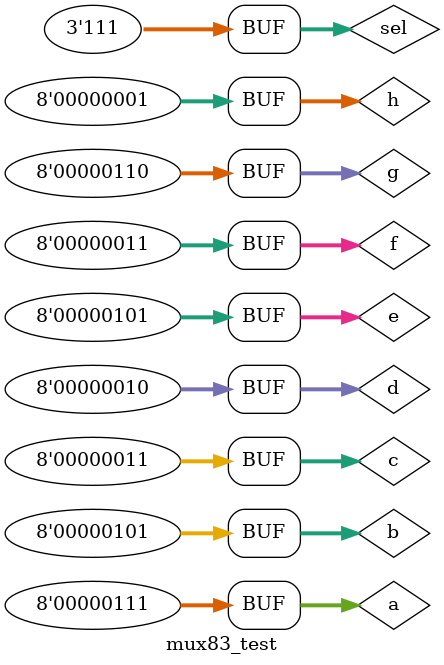
<source format=v>
module mux83_test;

// entradas
reg [2:0] sel;
reg [7:0] a;
reg [7:0] b;
reg [7:0] c;
reg [7:0] d;
reg [7:0] e;
reg [7:0] f;
reg [7:0] g;
reg [7:0] h;

// saida
wire [7:0] y;

// instancia dispositivo sob teste
mux83 dut(y, sel, a, b, c, d, e, f, g, h);

initial begin
    
    $dumpfile("dump.vcd");
	$dumpvars(1);
    

    // inicializa entradas
    sel = 0;
    a = 0;
    b = 0;
    c = 0;
    d = 0;
    e = 0;
    f = 0;
    g = 0;
    h = 0;

    // 100 ns para o reset global terminar
    //#100;

    // atribui valores em decimal para entradas
    a = 8'd7;
    b = 8'd5;
    c = 8'd3;
    d = 8'd2;
    e = 8'd5;
    f = 8'd3;
    g = 8'd6;
    h = 8'd1;

    // atribuindo de 0 a 8 no seletor
    sel = 3'd0;
  	#10;
    sel = 3'd1;
    #10;
    sel = 3'd2;
    #10;
    sel = 3'd3;
    #10;
    sel = 3'd4;
    #10;
    sel = 3'd5;
    #10;
    sel = 3'd6;
    #10;
    sel = 3'd7;
    #10;
end
endmodule
</source>
